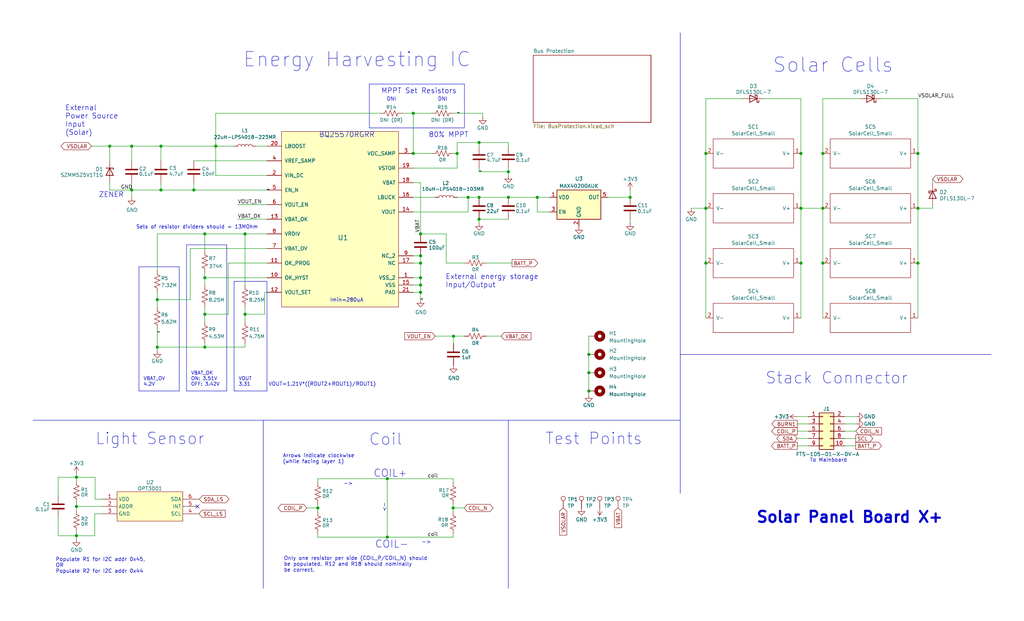
<source format=kicad_sch>
(kicad_sch (version 20230121) (generator eeschema)
  (paper "USLegal")
  (title_block (title "PyCubed Mini") (date "2023-04-12") (rev "B3/02") (company "REx Lab Carnegie Mellon University") (comment 1 "Z.Manchester") (comment 2 "N.Khera") (comment 3 "M.Holliday"))
  (junction (at 38.1 50.8))
  (junction (at 166.37 49.53))
  (junction (at 26.543 186.182))
  (junction (at 54.61 104.14))
  (junction (at 143.51 53.34))
  (junction (at 245.11 91.44))
  (junction (at 45.72 66.04))
  (junction (at 146.05 88.9))
  (junction (at 110.363 176.53))
  (junction (at 204.47 123.19))
  (junction (at 26.543 165.862))
  (junction (at 71.12 109.22))
  (junction (at 157.353 176.53))
  (junction (at 74.93 50.8))
  (junction (at 285.75 72.39))
  (junction (at 26.543 176.022))
  (junction (at 85.09 81.28))
  (junction (at 318.77 91.44))
  (junction (at 54.61 120.65))
  (junction (at 85.09 109.22))
  (junction (at 162.56 68.58))
  (junction (at 71.12 96.52))
  (junction (at 176.53 59.69))
  (junction (at 55.88 50.8))
  (junction (at 245.11 53.34))
  (junction (at 285.75 53.34))
  (junction (at 146.05 81.28))
  (junction (at 146.05 96.52))
  (junction (at 186.563 68.58))
  (junction (at 146.05 101.6))
  (junction (at 71.12 120.65))
  (junction (at 143.51 39.37))
  (junction (at 245.11 72.39))
  (junction (at 278.13 72.39))
  (junction (at 285.75 91.44))
  (junction (at 218.821 68.58))
  (junction (at 157.48 116.84))
  (junction (at 134.493 166.37))
  (junction (at 318.77 72.39))
  (junction (at 158.75 53.34))
  (junction (at 146.05 99.06))
  (junction (at 166.37 76.2))
  (junction (at 67.31 66.04))
  (junction (at 55.88 66.04))
  (junction (at 278.13 91.44))
  (junction (at 318.77 53.34))
  (junction (at 278.13 53.34))
  (junction (at 134.493 186.69))
  (junction (at 204.47 129.54))
  (junction (at 204.47 135.89))
  (junction (at 176.53 68.58))
  (junction (at 71.12 81.28))
  (junction (at 45.72 50.8))
  (junction (at 146.05 91.44))
  (junction (at 166.37 68.58))
  (no_connect (at 68.58 176.022))
  (wire (pts (xy 143.51 101.6) (xy 146.05 101.6)))
  (wire (pts (xy 26.543 176.022) (xy 26.543 177.292)))
  (wire (pts (xy 38.1 63.5) (xy 38.1 66.04)))
  (wire (pts (xy 190.881 73.66) (xy 186.563 73.66)))
  (wire (pts (xy 245.11 91.44) (xy 245.11 72.39)))
  (wire (pts (xy 146.05 91.44) (xy 146.05 88.9)))
  (polyline (pts (xy 78.74 85.09) (xy 78.74 135.89)))
  (wire (pts (xy 71.12 106.68) (xy 71.12 109.22)))
  (wire (pts (xy 218.821 76.2) (xy 218.821 77.47)))
  (wire (pts (xy 278.13 34.29) (xy 265.43 34.29)))
  (wire (pts (xy 110.363 175.26) (xy 110.363 176.53)))
  (polyline (pts (xy 81.28 97.79) (xy 92.71 97.79)))
  (wire (pts (xy 204.47 123.19) (xy 204.47 129.54)))
  (wire (pts (xy 85.09 119.38) (xy 85.09 120.65)))
  (wire (pts (xy 146.05 81.28) (xy 146.05 63.5)))
  (polyline (pts (xy 92.71 97.79) (xy 92.71 135.89)))
  (wire (pts (xy 204.47 137.16) (xy 204.47 135.89)))
  (wire (pts (xy 79.248 91.44) (xy 92.71 91.44)))
  (wire (pts (xy 54.61 120.65) (xy 71.12 120.65)))
  (wire (pts (xy 285.75 91.44) (xy 285.75 110.49)))
  (wire (pts (xy 158.75 53.34) (xy 158.75 58.42)))
  (wire (pts (xy 157.48 39.37) (xy 167.64 39.37)))
  (wire (pts (xy 82.55 76.2) (xy 92.71 76.2)))
  (wire (pts (xy 139.7 39.37) (xy 143.51 39.37)))
  (wire (pts (xy 176.53 60.96) (xy 176.53 59.69)))
  (wire (pts (xy 143.51 99.06) (xy 146.05 99.06)))
  (wire (pts (xy 245.11 34.29) (xy 245.11 53.34)))
  (wire (pts (xy 176.53 58.42) (xy 176.53 59.69)))
  (wire (pts (xy 323.85 72.39) (xy 323.85 71.501)))
  (wire (pts (xy 110.363 185.42) (xy 110.363 186.69)))
  (wire (pts (xy 45.72 50.8) (xy 55.88 50.8)))
  (wire (pts (xy 318.77 72.39) (xy 323.85 72.39)))
  (wire (pts (xy 318.77 34.29) (xy 318.77 53.34)))
  (polyline (pts (xy 92.71 135.89) (xy 81.28 135.89)))
  (wire (pts (xy 146.05 104.14) (xy 146.05 101.6)))
  (wire (pts (xy 85.09 81.28) (xy 85.09 99.06)))
  (wire (pts (xy 151.13 116.84) (xy 157.48 116.84)))
  (wire (pts (xy 134.493 166.37) (xy 157.353 166.37)))
  (wire (pts (xy 166.37 76.2) (xy 176.53 76.2)))
  (wire (pts (xy 20.193 172.212) (xy 20.193 165.862)))
  (polyline (pts (xy 176.53 146.05) (xy 176.53 204.47)))
  (polyline (pts (xy 64.77 135.89) (xy 64.77 85.09)))
  (polyline (pts (xy 236.22 11.43) (xy 236.22 171.45)))
  (wire (pts (xy 74.93 50.8) (xy 74.93 60.96)))
  (wire (pts (xy 134.493 186.69) (xy 157.353 186.69)))
  (wire (pts (xy 26.543 186.182) (xy 32.893 186.182)))
  (wire (pts (xy 74.93 39.37) (xy 74.93 50.8)))
  (wire (pts (xy 285.75 72.39) (xy 278.13 72.39)))
  (polyline (pts (xy 161.29 44.45) (xy 128.27 44.45)))
  (wire (pts (xy 166.37 58.42) (xy 166.37 59.69)))
  (wire (pts (xy 32.893 186.182) (xy 32.893 178.562)))
  (polyline (pts (xy 91.44 146.05) (xy 91.44 204.47)))
  (wire (pts (xy 20.193 165.862) (xy 26.543 165.862)))
  (wire (pts (xy 32.893 178.562) (xy 35.56 178.562)))
  (wire (pts (xy 67.31 66.04) (xy 67.31 63.5)))
  (polyline (pts (xy 161.29 29.21) (xy 161.29 44.45)))
  (wire (pts (xy 276.86 154.94) (xy 280.67 154.94)))
  (wire (pts (xy 54.61 114.3) (xy 54.61 120.65)))
  (wire (pts (xy 204.47 116.84) (xy 204.47 123.19)))
  (wire (pts (xy 257.81 34.29) (xy 245.11 34.29)))
  (wire (pts (xy 211.201 68.58) (xy 218.821 68.58)))
  (wire (pts (xy 55.88 66.04) (xy 67.31 66.04)))
  (wire (pts (xy 158.75 68.58) (xy 162.56 68.58)))
  (wire (pts (xy 146.05 88.9) (xy 143.51 88.9)))
  (wire (pts (xy 297.18 147.32) (xy 293.37 147.32)))
  (wire (pts (xy 276.86 147.32) (xy 280.67 147.32)))
  (wire (pts (xy 71.12 119.38) (xy 71.12 120.65)))
  (wire (pts (xy 92.71 55.88) (xy 67.31 55.88)))
  (wire (pts (xy 278.13 72.39) (xy 278.13 91.44)))
  (wire (pts (xy 285.75 53.34) (xy 285.75 72.39)))
  (wire (pts (xy 146.05 99.06) (xy 146.05 96.52)))
  (wire (pts (xy 276.86 152.4) (xy 280.67 152.4)))
  (wire (pts (xy 168.91 116.84) (xy 173.99 116.84)))
  (wire (pts (xy 55.88 50.8) (xy 55.88 55.88)))
  (wire (pts (xy 71.12 94.742) (xy 71.12 96.52)))
  (wire (pts (xy 285.75 34.29) (xy 285.75 53.34)))
  (wire (pts (xy 55.88 50.8) (xy 74.93 50.8)))
  (wire (pts (xy 71.12 81.28) (xy 54.61 81.28)))
  (wire (pts (xy 26.543 184.912) (xy 26.543 186.182)))
  (wire (pts (xy 161.163 176.53) (xy 157.353 176.53)))
  (wire (pts (xy 45.72 55.88) (xy 45.72 50.8)))
  (wire (pts (xy 157.353 185.42) (xy 157.353 186.69)))
  (wire (pts (xy 293.37 152.4) (xy 297.18 152.4)))
  (wire (pts (xy 143.51 53.34) (xy 143.51 39.37)))
  (wire (pts (xy 318.77 72.39) (xy 318.77 91.44)))
  (polyline (pts (xy 62.23 135.89) (xy 48.26 135.89)))
  (wire (pts (xy 33.02 173.482) (xy 35.56 173.482)))
  (polyline (pts (xy 128.27 29.21) (xy 161.29 29.21)))
  (wire (pts (xy 91.948 109.22) (xy 91.948 101.6)))
  (wire (pts (xy 74.93 50.8) (xy 81.28 50.8)))
  (wire (pts (xy 74.93 60.96) (xy 92.71 60.96)))
  (polyline (pts (xy 62.23 92.71) (xy 62.23 135.89)))
  (wire (pts (xy 54.61 121.92) (xy 54.61 120.65)))
  (wire (pts (xy 85.09 81.28) (xy 92.71 81.28)))
  (wire (pts (xy 38.1 55.88) (xy 38.1 50.8)))
  (wire (pts (xy 26.543 164.719) (xy 26.543 165.862)))
  (wire (pts (xy 166.37 50.8) (xy 166.37 49.53)))
  (wire (pts (xy 166.37 59.69) (xy 176.53 59.69)))
  (wire (pts (xy 33.02 165.862) (xy 26.543 165.862)))
  (wire (pts (xy 66.04 104.14) (xy 66.04 86.36)))
  (wire (pts (xy 110.363 166.37) (xy 134.493 166.37)))
  (wire (pts (xy 158.75 49.53) (xy 166.37 49.53)))
  (wire (pts (xy 293.37 149.86) (xy 297.18 149.86)))
  (wire (pts (xy 278.13 53.34) (xy 278.13 72.39)))
  (wire (pts (xy 146.05 101.6) (xy 146.05 99.06)))
  (wire (pts (xy 167.64 39.37) (xy 167.64 40.64)))
  (wire (pts (xy 55.88 63.5) (xy 55.88 66.04)))
  (wire (pts (xy 146.05 96.52) (xy 146.05 91.44)))
  (wire (pts (xy 154.94 91.44) (xy 154.94 81.28)))
  (polyline (pts (xy 81.28 135.89) (xy 81.28 97.79)))
  (wire (pts (xy 82.55 71.12) (xy 92.71 71.12)))
  (polyline (pts (xy 78.74 135.89) (xy 64.77 135.89)))
  (wire (pts (xy 110.363 166.37) (xy 110.363 167.64)))
  (wire (pts (xy 157.48 119.38) (xy 157.48 116.84)))
  (wire (pts (xy 54.61 104.14) (xy 66.04 104.14)))
  (wire (pts (xy 154.94 91.44) (xy 161.29 91.44)))
  (wire (pts (xy 162.56 73.66) (xy 162.56 68.58)))
  (wire (pts (xy 298.45 34.29) (xy 285.75 34.29)))
  (wire (pts (xy 166.37 76.2) (xy 166.37 77.47)))
  (wire (pts (xy 92.71 66.04) (xy 67.31 66.04)))
  (wire (pts (xy 157.48 53.34) (xy 158.75 53.34)))
  (wire (pts (xy 71.12 120.65) (xy 85.09 120.65)))
  (wire (pts (xy 278.13 91.44) (xy 278.13 110.49)))
  (wire (pts (xy 218.821 66.04) (xy 218.821 68.58)))
  (wire (pts (xy 85.09 106.68) (xy 85.09 109.22)))
  (wire (pts (xy 106.553 176.53) (xy 110.363 176.53)))
  (wire (pts (xy 157.353 166.37) (xy 157.353 167.64)))
  (polyline (pts (xy 48.26 92.71) (xy 62.23 92.71)))
  (wire (pts (xy 31.75 50.8) (xy 38.1 50.8)))
  (wire (pts (xy 68.58 173.482) (xy 69.215 173.482)))
  (wire (pts (xy 204.47 129.54) (xy 204.47 135.89)))
  (wire (pts (xy 285.75 72.39) (xy 285.75 91.44)))
  (wire (pts (xy 318.77 53.34) (xy 318.77 72.39)))
  (wire (pts (xy 166.37 49.53) (xy 176.53 49.53)))
  (polyline (pts (xy 64.77 85.09) (xy 78.74 85.09)))
  (wire (pts (xy 162.56 68.58) (xy 166.37 68.58)))
  (wire (pts (xy 71.12 109.22) (xy 79.248 109.22)))
  (wire (pts (xy 143.51 68.58) (xy 151.13 68.58)))
  (wire (pts (xy 176.53 68.58) (xy 186.563 68.58)))
  (wire (pts (xy 245.11 110.49) (xy 245.11 91.44)))
  (wire (pts (xy 71.12 96.52) (xy 71.12 99.06)))
  (wire (pts (xy 38.1 66.04) (xy 45.72 66.04)))
  (wire (pts (xy 85.09 81.28) (xy 71.12 81.28)))
  (wire (pts (xy 33.02 165.862) (xy 33.02 173.482)))
  (wire (pts (xy 186.563 68.58) (xy 190.881 68.58)))
  (wire (pts (xy 85.09 109.22) (xy 85.09 111.76)))
  (wire (pts (xy 26.543 174.752) (xy 26.543 176.022)))
  (wire (pts (xy 38.1 50.8) (xy 45.72 50.8)))
  (wire (pts (xy 318.77 91.44) (xy 318.77 110.49)))
  (wire (pts (xy 91.948 101.6) (xy 92.71 101.6)))
  (wire (pts (xy 245.11 72.39) (xy 240.03 72.39)))
  (wire (pts (xy 158.75 58.42) (xy 143.51 58.42)))
  (wire (pts (xy 88.9 50.8) (xy 92.71 50.8)))
  (wire (pts (xy 45.72 66.04) (xy 55.88 66.04)))
  (wire (pts (xy 280.67 144.78) (xy 276.86 144.78)))
  (wire (pts (xy 54.61 104.14) (xy 54.61 106.68)))
  (wire (pts (xy 26.543 165.862) (xy 26.543 167.132)))
  (wire (pts (xy 276.86 149.86) (xy 280.67 149.86)))
  (wire (pts (xy 54.61 81.28) (xy 54.61 93.98)))
  (wire (pts (xy 168.91 91.44) (xy 177.8 91.44)))
  (wire (pts (xy 297.18 154.94) (xy 293.37 154.94)))
  (wire (pts (xy 71.12 81.28) (xy 71.12 87.122)))
  (wire (pts (xy 134.493 166.37) (xy 134.493 186.69)))
  (polyline (pts (xy 236.22 123.19) (xy 344.17 123.19)))
  (wire (pts (xy 157.353 176.53) (xy 157.353 177.8)))
  (wire (pts (xy 26.543 176.022) (xy 35.56 176.022)))
  (wire (pts (xy 110.363 176.53) (xy 110.363 177.8)))
  (wire (pts (xy 278.13 53.34) (xy 278.13 34.29)))
  (wire (pts (xy 143.51 39.37) (xy 149.86 39.37)))
  (wire (pts (xy 74.93 39.37) (xy 132.08 39.37)))
  (wire (pts (xy 143.51 73.66) (xy 162.56 73.66)))
  (polyline (pts (xy 48.26 135.89) (xy 48.26 92.71)))
  (wire (pts (xy 54.61 101.6) (xy 54.61 104.14)))
  (wire (pts (xy 20.193 186.182) (xy 26.543 186.182)))
  (wire (pts (xy 143.51 91.44) (xy 146.05 91.44)))
  (wire (pts (xy 71.12 109.22) (xy 71.12 111.76)))
  (wire (pts (xy 176.53 50.8) (xy 176.53 49.53)))
  (wire (pts (xy 157.48 116.84) (xy 161.29 116.84)))
  (wire (pts (xy 26.543 187.325) (xy 26.543 186.182)))
  (wire (pts (xy 245.11 72.39) (xy 245.11 53.34)))
  (wire (pts (xy 157.353 175.26) (xy 157.353 176.53)))
  (polyline (pts (xy 11.43 146.05) (xy 236.22 146.05)))
  (wire (pts (xy 323.85 62.23) (xy 323.85 63.881)))
  (wire (pts (xy 306.07 34.29) (xy 318.77 34.29)))
  (wire (pts (xy 186.563 73.66) (xy 186.563 68.58)))
  (wire (pts (xy 158.75 49.53) (xy 158.75 53.34)))
  (wire (pts (xy 154.94 81.28) (xy 146.05 81.28)))
  (wire (pts (xy 45.72 63.5) (xy 45.72 66.04)))
  (wire (pts (xy 297.18 144.78) (xy 293.37 144.78)))
  (wire (pts (xy 71.12 96.52) (xy 92.71 96.52)))
  (wire (pts (xy 110.363 186.69) (xy 134.493 186.69)))
  (wire (pts (xy 45.72 66.04) (xy 45.72 68.58)))
  (wire (pts (xy 68.58 178.562) (xy 69.088 178.562)))
  (wire (pts (xy 20.193 179.832) (xy 20.193 186.182)))
  (wire (pts (xy 143.51 53.34) (xy 149.86 53.34)))
  (wire (pts (xy 79.248 109.22) (xy 79.248 91.44)))
  (wire (pts (xy 143.51 96.52) (xy 146.05 96.52)))
  (wire (pts (xy 85.09 109.22) (xy 91.948 109.22)))
  (polyline (pts (xy 128.27 44.45) (xy 128.27 29.21)))
  (wire (pts (xy 66.04 86.36) (xy 92.71 86.36)))
  (wire (pts (xy 166.37 68.58) (xy 176.53 68.58)))
  (wire (pts (xy 146.05 63.5) (xy 143.51 63.5)))
  (text "80% MPPT " (at 148.844 48.006 0) (effects (font (size 1.778 1.778)) (justify left bottom)))
  (text "DNI" (at 152.019 35.306 0) (effects (font (size 1.27 1.27)) (justify left bottom)))
  (text "Populate R1 for I2C addr 0x45, \nOR\nPopulate R2 for I2C addr 0x44" (at 19.304 199.39 0) (effects (font (size 1.27 1.27)) (justify left bottom)))
  (text "Solar Cells\n" (at 268.224 25.654 0) (effects (font (size 5 5)) (justify left bottom)))
  (text "External\nPower Source\nInput\n(Solar)" (at 22.606 47.244 0) (effects (font (size 1.778 1.778)) (justify left bottom)))
  (text "Only one resistor per side (COIL_P/COIL_N) should \nbe populated. R12 and R18 should nominally \nbe correct." (at 98.552 199.009 0) (effects (font (size 1.27 1.27)) (justify left bottom)))
  (text "Stack Connector\n" (at 265.684 133.858 0) (effects (font (size 4 4)) (justify left bottom)))
  (text "VOUT\n3.31" (at 82.804 134.366 0) (effects (font (size 1.2 1.2)) (justify left bottom)))
  (text "->" (at 149.733 189.23 0) (effects (font (size 1.27 1.27)) (justify right bottom)))
  (text "Energy Harvesting IC" (at 84.328 23.749 0) (effects (font (size 5 5)) (justify left bottom)))
  (text "MPPT Set Resistors " (at 132.334 32.766 0) (effects (font (size 1.778 1.778)) (justify left bottom)))
  (text "Arrows indicate clockwise\n(while facing layer 1)" (at 98.171 161.29 0) (effects (font (size 1.27 1.27)) (justify left bottom)))
  (text "<-" (at 134.239 178.054 90) (effects (font (size 1.27 1.27)) (justify left bottom)))
  (text "Test Points" (at 189.23 154.94 0) (effects (font (size 4 4)) (justify left bottom)))
  (text "External energy storage\nInput/Output" (at 154.686 100.203 0) (effects (font (size 1.778 1.778)) (justify left bottom)))
  (text "COIL+" (at 129.667 166.116 0) (effects (font (size 2.54 2.54)) (justify left bottom)))
  (text "BQ25570RGRR" (at 110.744 48.006 0) (effects (font (size 1.778 1.778)) (justify left bottom)))
  (text "DNI" (at 134.239 35.306 0) (effects (font (size 1.27 1.27)) (justify left bottom)))
  (text "Light Sensor" (at 33.02 154.94 0) (effects (font (size 4 4)) (justify left bottom)))
  (text "Solar Panel Board X+" (at 262.382 182.118 0) (effects (font (size 3.81 3.81) (thickness 0.762) bold) (justify left bottom)))
  (text "->" (at 119.253 168.91 0) (effects (font (size 1.27 1.27)) (justify left bottom)))
  (text "VOUT=1.21V*((ROUT2+ROUT1)/ROUT1)" (at 93.218 134.366 0) (effects (font (size 1.27 1.27)) (justify left bottom)))
  (text "VBAT_OV\n4.2V" (at 49.784 134.366 0) (effects (font (size 1.2 1.2)) (justify left bottom)))
  (text "VBAT_OK\nON: 3.51V\nOFF: 3.42V" (at 66.294 134.366 0) (effects (font (size 1.2 1.2)) (justify left bottom)))
  (text "COIL-" (at 130.175 190.754 0) (effects (font (size 2.54 2.54)) (justify left bottom)))
  (text "Sets of resistor dividers should = 13MOhm" (at 47.244 79.756 0) (effects (font (size 1.27 1.27)) (justify left bottom)))
  (text "Imin=280uA" (at 114.554 105.156 0) (effects (font (size 1.27 1.27)) (justify left bottom)))
  (text "ZENER" (at 34.29 68.834 0) (effects (font (size 1.778 1.778)) (justify left bottom)))
  (text "To Mainboard" (at 281.178 160.782 0) (effects (font (size 1.27 1.27)) (justify left bottom)))
  (text "Coil" (at 128.016 155.194 0) (effects (font (size 4 4)) (justify left bottom)))
  (label "GND" (at 158.75 39.37 0) (effects (font (size 0.254 0.254))))
  (label "coil" (at 148.463 186.69 0))
  (label "GND" (at 92.71 66.04 0) (effects (font (size 0.254 0.254))))
  (label "VBAT_OK" (at 82.55 76.2 0))
  (label "coil" (at 148.463 166.37 0))
  (label "VOUT_EN" (at 82.55 71.12 0))
  (label "VBAT" (at 146.05 76.2 270))
  (label "GND" (at 166.37 59.69 0) (effects (font (size 0.254 0.254))))
  (label "GND" (at 146.05 104.14 0) (effects (font (size 0.254 0.254))))
  (label "GND" (at 41.91 66.04 0))
  (label "GND" (at 54.61 115.57 0) (effects (font (size 0.254 0.254))))
  (label "VSOLAR_FULL" (at 318.77 34.29 0))
  (global_label "SDA_LS" (shape bidirectional) (at 69.215 173.482 0) (property "Intersheetrefs" "${INTERSHEET_REFS}" (effects hide)))
  (global_label "VBAT_OK" (shape input) (at 173.99 116.84 0) (property "Intersheetrefs" "${INTERSHEET_REFS}" (effects hide)))
  (global_label "VSOLAR" (shape bidirectional) (at 31.75 50.8 180) (property "Intersheetrefs" "${INTERSHEET_REFS}" (effects hide)))
  (global_label "BATT_P" (shape output) (at 177.8 91.44 0) (property "Intersheetrefs" "${INTERSHEET_REFS}" (effects hide)))
  (global_label "VOUT_EN" (shape input) (at 151.13 116.84 180) (property "Intersheetrefs" "${INTERSHEET_REFS}" (effects hide)))
  (global_label "VSOLAR" (shape bidirectional) (at 323.85 62.23 0) (property "Intersheetrefs" "${INTERSHEET_REFS}" (effects hide)))
  (global_label "BURN1" (shape output) (at 276.86 147.32 180) (property "Intersheetrefs" "${INTERSHEET_REFS}" (effects hide)))
  (global_label "COIL_N" (shape input) (at 297.18 149.86 0) (property "Intersheetrefs" "${INTERSHEET_REFS}" (effects hide)))
  (global_label "COIL_P" (shape bidirectional) (at 106.553 176.53 180) (property "Intersheetrefs" "${INTERSHEET_REFS}" (effects hide)))
  (global_label "SCL" (shape output) (at 297.18 152.4 0) (property "Intersheetrefs" "${INTERSHEET_REFS}" (effects hide)))
  (global_label "COIL_P" (shape output) (at 276.86 149.86 180) (property "Intersheetrefs" "${INTERSHEET_REFS}" (effects hide)))
  (global_label "BATT_P" (shape output) (at 276.86 154.94 180) (property "Intersheetrefs" "${INTERSHEET_REFS}" (effects hide)))
  (global_label "SCL_LS" (shape input) (at 69.088 178.562 0) (property "Intersheetrefs" "${INTERSHEET_REFS}" (effects hide)))
  (global_label "COIL_N" (shape bidirectional) (at 161.163 176.53 0) (property "Intersheetrefs" "${INTERSHEET_REFS}" (effects hide)))
  (global_label "VBAT" (shape input) (at 214.63 176.53 270) (property "Intersheetrefs" "${INTERSHEET_REFS}" (effects hide)))
  (global_label "VSOLAR" (shape input) (at 195.58 176.53 270) (property "Intersheetrefs" "${INTERSHEET_REFS}" (effects hide)))
  (global_label "BATT_P" (shape output) (at 297.18 154.94 0) (property "Intersheetrefs" "${INTERSHEET_REFS}" (effects hide)))
  (global_label "SDA" (shape bidirectional) (at 276.86 152.4 180) (property "Intersheetrefs" "${INTERSHEET_REFS}" (effects hide)))
  (symbol (lib_id "Device:C") (at 176.53 54.61 0) (unit 1)
    (property "Reference" "C9" (at 179.07 53.848 0) (effects (font (size 1.2 1.2)) (justify left)))
    (property "Value" "0.1uF" (at 179.07 55.626 0) (effects (font (size 1.2 1.2)) (justify left)))
    (property "Footprint" "Capacitor_SMD:C_0603_1608Metric" (effects hide))
    (property "Description" "CAP CER 0.1UF 50V X7R 0603" (effects hide))
    (property "Manufacturer_Name" "KYOCERA AVX" (effects hide))
    (property "Manufacturer_Part_Number" "06035C104K4T2A" (effects hide))
    (property "Package/Footprint" "0603" (effects hide))
    (property "Website" "https://www.digikey.pt/pt/products/detail/kyocera-avx/KAM15AR71H104KT/1950904?s=N4IgTCBcDaIAwDY4GYCsBhAjHALAaRwBUwBBEAXQF8g" (effects hide))
  )
  (symbol (lib_id "Device:R_US") (at 85.09 115.57 180) (unit 1)
    (property "Reference" "R11" (at 88.392 113.792 0) (effects (font (size 1.2 1.2)) (justify bottom)))
    (property "Value" "4.75M" (at 89.154 117.602 0) (effects (font (size 1.2 1.2)) (justify top)))
    (property "Footprint" "Resistor_SMD:R_0603_1608Metric" (effects hide))
    (property "Description" "RES 4.75M OHM 1% 1/10W 0603" (effects hide))
    (property "Manufacturer_Name" "Stackpole Electronics Inc" (effects hide))
    (property "Manufacturer_Part_Number" "RMCF0603FT4M75" (effects hide))
    (property "Package/Footprint" "0603" (effects hide))
    (property "Website" "https://www.digikey.pt/pt/products/detail/stackpole-electronics-inc/RMCF0603FT4M75/1761161?s=N4IgTCBcDaIEoFkDCAxADANjQZhQFQBYEB2AVhAF0BfIA" (effects hide))
  )
  (symbol (lib_id "Device:R_US") (at 85.09 102.87 180) (unit 1)
    (property "Reference" "R10" (at 88.138 101.092 0) (effects (font (size 1.2 1.2)) (justify bottom)))
    (property "Value" "8.25M" (at 89.154 104.902 0) (effects (font (size 1.2 1.2)) (justify top)))
    (property "Footprint" "Resistor_SMD:R_0603_1608Metric" (effects hide))
    (property "Description" "RES SMD 8.25M OHM 1% 1/10W 0603" (effects hide))
    (property "Manufacturer_Name" "Vishay Dale" (effects hide))
    (property "Manufacturer_Part_Number" "CRCW06038M25FKEA" (effects hide))
    (property "Package/Footprint" "0603" (effects hide))
    (property "Website" "https://www.digikey.pt/pt/products/detail/vishay-dale/CRCW06038M25FKEA/1175115" (effects hide))
  )
  (symbol (lib_id "Device:C") (at 218.821 72.39 0) (unit 1)
    (property "Reference" "C11" (at 221.361 71.374 0) (effects (font (size 1.2 1.2)) (justify left)))
    (property "Value" "0.1uF" (at 221.361 73.406 0) (effects (font (size 1.2 1.2)) (justify left)))
    (property "Footprint" "Capacitor_SMD:C_0603_1608Metric" (effects hide))
    (property "Description" "CAP CER 0.1UF 50V X7R 0603" (effects hide))
    (property "Manufacturer_Name" "KYOCERA AVX" (effects hide))
    (property "Manufacturer_Part_Number" "06035C104K4T2A" (effects hide))
    (property "Package/Footprint" "0603" (effects hide))
    (property "Website" "https://www.digikey.pt/pt/products/detail/kyocera-avx/KAM15AR71H104KT/1950904?s=N4IgTCBcDaIAwDY4GYCsBhAjHALAaRwBUwBBEAXQF8g" (effects hide))
  )
  (symbol (lib_id "Device:R_US") (at 165.1 91.44 270) (unit 1)
    (property "Reference" "R3" (at 165.1 90.17 90) (effects (font (size 1.2 1.2)) (justify bottom)))
    (property "Value" "0R" (at 165.1 92.964 90) (effects (font (size 1.2 1.2)) (justify top)))
    (property "Footprint" "Resistor_SMD:R_0603_1608Metric" (effects hide))
    (property "Description" "RES 0 OHM JUMPER 1/10W 0603" (effects hide))
    (property "Manufacturer_Name" "Stackpole Electronics Inc" (effects hide))
    (property "Manufacturer_Part_Number" "RMCF0603ZT0R00" (effects hide))
    (property "Package/Footprint" "0603" (effects hide))
    (property "Website" "https://www.digikey.pt/pt/products/detail/stackpole-electronics-inc/RMCF0603ZT0R00/1756908?s=N4IgTCBcDaIEoFkDCAxADANjQZgFoBU0400QBdAXyA" (effects hide))
  )
  (symbol (lib_id "Device:R_US") (at 54.61 110.49 180) (unit 1)
    (property "Reference" "R6" (at 57.15 108.712 0) (effects (font (size 1.2 1.2)) (justify bottom)))
    (property "Value" "5.62M" (at 58.674 112.522 0) (effects (font (size 1.2 1.2)) (justify top)))
    (property "Footprint" "Resistor_SMD:R_0603_1608Metric" (effects hide))
    (property "Description" "RES 5.62M OHM 1% 1/10W 0603" (effects hide))
    (property "Manufacturer_Name" "Stackpole Electronics Inc" (effects hide))
    (property "Manufacturer_Part_Number" "RMCF0603FT5M62" (effects hide))
    (property "Package/Footprint" "0603" (effects hide))
    (property "Website" "https://www.digikey.pt/pt/products/detail/stackpole-electronics-inc/RMCF0603FT5M62/6266838?s=N4IgTCBcDaIEoFkDCAxADANjQZhQFQFYEMIBdAXyA" (effects hide))
  )
  (symbol (lib_id "power:GND") (at 146.05 104.14 0) (unit 1)
    (property "Reference" "#PWR08" (effects hide))
    (property "Value" "GND" (at 146.177 108.5342 0))
  )
  (symbol (lib_id "power:GND") (at 54.61 121.92 0) (unit 1)
    (property "Reference" "#PWR04" (effects hide))
    (property "Value" "GND" (at 54.61 125.476 0))
  )
  (symbol (lib_id "power:GND") (at 45.72 68.58 0) (unit 1)
    (property "Reference" "#PWR03" (effects hide))
    (property "Value" "GND" (at 45.847 72.9742 0))
  )
  (symbol (lib_id "power:GND") (at 167.64 40.64 0) (unit 1)
    (property "Reference" "#PWR010" (effects hide))
    (property "Value" "GND" (at 167.64 44.45 0))
  )
  (symbol (lib_id "power:GND") (at 166.37 77.47 0) (unit 1)
    (property "Reference" "#PWR09" (effects hide))
    (property "Value" "GND" (at 166.37 81.153 0))
  )
  (symbol (lib_id "power:GND") (at 176.53 60.96 0) (unit 1)
    (property "Reference" "#PWR011" (effects hide))
    (property "Value" "GND" (at 176.53 64.77 0))
  )
  (symbol (lib_id "solarpanels:SolarCell_Small") (at 302.26 53.34 0) (mirror y) (unit 1)
    (property "Reference" "SC5" (at 302.26 44.069 0))
    (property "Value" "SolarCell_Small" (at 302.26 46.3804 0))
    (property "Footprint" "solarpanels:KXOB25-05X3F" (effects hide))
    (property "Description" "MONOCRYS SOLAR CELL 30.7MW 2.07V" (effects hide))
    (property "Manufacturer_Name" "ANYSOLAR Ltd" (effects hide))
    (property "Manufacturer_Part_Number" "KXOB25-05X3F-TR" (effects hide))
    (property "Website" "https://www.digikey.pt/pt/products/detail/anysolar-ltd/KXOB25-05X3F-TR/9990478?s=N4IgTCBcDaINIA0DyAhMBWAtABnQgzAGKYAqASiALoC%2BQA" (effects hide))
  )
  (symbol (lib_id "power:GND") (at 26.543 187.325 0) (unit 1)
    (property "Reference" "#PWR07" (effects hide))
    (property "Value" "GND" (at 26.543 191.135 0))
  )
  (symbol (lib_id "solarpanels:SolarCell_Small") (at 302.26 72.39 0) (mirror y) (unit 1)
    (property "Reference" "SC6" (at 302.26 63.119 0))
    (property "Value" "SolarCell_Small" (at 302.26 65.4304 0))
    (property "Footprint" "solarpanels:KXOB25-05X3F" (effects hide))
    (property "Description" "MONOCRYS SOLAR CELL 30.7MW 2.07V" (effects hide))
    (property "Manufacturer_Name" "ANYSOLAR Ltd" (effects hide))
    (property "Manufacturer_Part_Number" "KXOB25-05X3F-TR" (effects hide))
    (property "Website" "https://www.digikey.pt/pt/products/detail/anysolar-ltd/KXOB25-05X3F-TR/9990478?s=N4IgTCBcDaINIA0DyAhMBWAtABnQgzAGKYAqASiALoC%2BQA" (effects hide))
  )
  (symbol (lib_id "solarpanels:SolarCell_Small") (at 302.26 91.44 0) (mirror y) (unit 1)
    (property "Reference" "SC7" (at 302.26 82.169 0))
    (property "Value" "SolarCell_Small" (at 302.26 84.4804 0))
    (property "Footprint" "solarpanels:KXOB25-05X3F" (effects hide))
    (property "Description" "MONOCRYS SOLAR CELL 30.7MW 2.07V" (effects hide))
    (property "Manufacturer_Name" "ANYSOLAR Ltd" (effects hide))
    (property "Manufacturer_Part_Number" "KXOB25-05X3F-TR" (effects hide))
    (property "Website" "https://www.digikey.pt/pt/products/detail/anysolar-ltd/KXOB25-05X3F-TR/9990478?s=N4IgTCBcDaINIA0DyAhMBWAtABnQgzAGKYAqASiALoC%2BQA" (effects hide))
  )
  (symbol (lib_id "Device:R_US") (at 26.543 170.942 180) (unit 1)
    (property "Reference" "R1" (at 28.067 170.18 0) (effects (font (size 1.2 1.2)) (justify right)))
    (property "Value" "0R" (at 28.067 171.958 0) (effects (font (size 1.2 1.2)) (justify right)))
    (property "Footprint" "Resistor_SMD:R_0402_1005Metric" (effects hide))
    (property "Description" "RES 0 OHM JUMPER 1/16W 0402" (effects hide))
    (property "Manufacturer_Name" "Stackpole Electronics Inc" (effects hide))
    (property "Manufacturer_Part_Number" "RMCF0402ZT0R00" (effects hide))
    (property "Package/Footprint" "0402" (effects hide))
    (property "Website" "https://www.digikey.pt/pt/products/detail/stackpole-electronics-inc/RMCF0402ZT0R00/1756905?s=N4IgTCBcDaIEoFkDCAxADAFjWAWgFTTjTRAF0BfIA" (effects hide))
  )
  (symbol (lib_id "solarpanels:SolarCell_Small") (at 302.26 110.49 0) (mirror y) (unit 1)
    (property "Reference" "SC8" (at 302.26 101.219 0))
    (property "Value" "SolarCell_Small" (at 302.26 103.5304 0))
    (property "Footprint" "solarpanels:KXOB25-05X3F" (effects hide))
    (property "Description" "MONOCRYS SOLAR CELL 30.7MW 2.07V" (effects hide))
    (property "Manufacturer_Name" "ANYSOLAR Ltd" (effects hide))
    (property "Manufacturer_Part_Number" "KXOB25-05X3F-TR" (effects hide))
    (property "Website" "https://www.digikey.pt/pt/products/detail/anysolar-ltd/KXOB25-05X3F-TR/9990478?s=N4IgTCBcDaINIA0DyAhMBWAtABnQgzAGKYAqASiALoC%2BQA" (effects hide))
  )
  (symbol (lib_id "solarpanels:SolarCell_Small") (at 261.62 53.34 0) (mirror y) (unit 1)
    (property "Reference" "SC1" (at 261.62 44.069 0))
    (property "Value" "SolarCell_Small" (at 261.62 46.3804 0))
    (property "Footprint" "solarpanels:KXOB25-05X3F" (effects hide))
    (property "Description" "MONOCRYS SOLAR CELL 30.7MW 2.07V" (effects hide))
    (property "Manufacturer_Name" "ANYSOLAR Ltd" (effects hide))
    (property "Manufacturer_Part_Number" "KXOB25-05X3F-TR" (effects hide))
    (property "Website" "https://www.digikey.pt/pt/products/detail/anysolar-ltd/KXOB25-05X3F-TR/9990478?s=N4IgTCBcDaINIA0DyAhMBWAtABnQgzAGKYAqASiALoC%2BQA" (effects hide))
  )
  (symbol (lib_id "solarpanels:SolarCell_Small") (at 261.62 72.39 0) (mirror y) (unit 1)
    (property "Reference" "SC2" (at 261.62 63.119 0))
    (property "Value" "SolarCell_Small" (at 261.62 65.4304 0))
    (property "Footprint" "solarpanels:KXOB25-05X3F" (effects hide))
    (property "Description" "MONOCRYS SOLAR CELL 30.7MW 2.07V" (effects hide))
    (property "Manufacturer_Name" "ANYSOLAR Ltd" (effects hide))
    (property "Manufacturer_Part_Number" "KXOB25-05X3F-TR" (effects hide))
    (property "Website" "https://www.digikey.pt/pt/products/detail/anysolar-ltd/KXOB25-05X3F-TR/9990478?s=N4IgTCBcDaINIA0DyAhMBWAtABnQgzAGKYAqASiALoC%2BQA" (effects hide))
  )
  (symbol (lib_id "solarpanels:SolarCell_Small") (at 261.62 91.44 0) (mirror y) (unit 1)
    (property "Reference" "SC3" (at 261.62 82.169 0))
    (property "Value" "SolarCell_Small" (at 261.62 84.4804 0))
    (property "Footprint" "solarpanels:KXOB25-05X3F" (effects hide))
    (property "Description" "MONOCRYS SOLAR CELL 30.7MW 2.07V" (effects hide))
    (property "Manufacturer_Name" "ANYSOLAR Ltd" (effects hide))
    (property "Manufacturer_Part_Number" "KXOB25-05X3F-TR" (effects hide))
    (property "Website" "https://www.digikey.pt/pt/products/detail/anysolar-ltd/KXOB25-05X3F-TR/9990478?s=N4IgTCBcDaINIA0DyAhMBWAtABnQgzAGKYAqASiALoC%2BQA" (effects hide))
  )
  (symbol (lib_id "solarpanels:SolarCell_Small") (at 261.62 110.49 0) (mirror y) (unit 1)
    (property "Reference" "SC4" (at 261.62 101.219 0))
    (property "Value" "SolarCell_Small" (at 261.62 103.5304 0))
    (property "Footprint" "solarpanels:KXOB25-05X3F" (effects hide))
    (property "Description" "MONOCRYS SOLAR CELL 30.7MW 2.07V" (effects hide))
    (property "Manufacturer_Name" "ANYSOLAR Ltd" (effects hide))
    (property "Manufacturer_Part_Number" "KXOB25-05X3F-TR" (effects hide))
    (property "Website" "https://www.digikey.pt/pt/products/detail/anysolar-ltd/KXOB25-05X3F-TR/9990478?s=N4IgTCBcDaINIA0DyAhMBWAtABnQgzAGKYAqASiALoC%2BQA" (effects hide))
  )
  (symbol (lib_id "Device:R_US") (at 26.543 181.102 180) (unit 1)
    (property "Reference" "R2" (at 28.067 180.34 0) (effects (font (size 1.2 1.2)) (justify right)))
    (property "Value" "0R" (at 28.067 182.118 0) (effects (font (size 1.2 1.2)) (justify right)))
    (property "Footprint" "Resistor_SMD:R_0402_1005Metric" (effects hide))
    (property "Description" "RES 0 OHM JUMPER 1/16W 0402" (effects hide))
    (property "Manufacturer_Name" "Stackpole Electronics Inc" (effects hide))
    (property "Manufacturer_Part_Number" "RMCF0402ZT0R00" (effects hide))
    (property "Package/Footprint" "0402" (effects hide))
    (property "Website" "https://www.digikey.pt/pt/products/detail/stackpole-electronics-inc/RMCF0402ZT0R00/1756905?s=N4IgTCBcDaIEoFkDCAxADAFjWAWgFTTjTRAF0BfIA" (effects hide))
  )
  (symbol (lib_id "Device:C") (at 157.48 123.19 0) (unit 1)
    (property "Reference" "C6" (at 160.274 122.174 0) (effects (font (size 1.2 1.2)) (justify left)))
    (property "Value" "1uF" (at 160.274 124.206 0) (effects (font (size 1.2 1.2)) (justify left)))
    (property "Footprint" "Capacitor_SMD:C_0603_1608Metric" (effects hide))
    (property "Description" "CAP CER 1UF 50V X5R 0603" (effects hide))
    (property "Manufacturer_Name" "Murata Electronics" (effects hide))
    (property "Manufacturer_Part_Number" "GRT188R61H105KE13D" (effects hide))
    (property "Package/Footprint" "0603" (effects hide))
    (property "Website" "https://www.digikey.pt/pt/products/detail/murata-electronics/GRT188R61H105KE13D/5416752?s=N4IgTCBcDaIOICUAqBGAHGhA2FAJFADAKwDSAoigMwAiIAugL5A" (effects hide))
  )
  (symbol (lib_id "power:+3V3") (at 26.543 164.719 0) (unit 1)
    (property "Reference" "#PWR06" (effects hide))
    (property "Value" "+3V3" (at 26.543 161.036 0))
  )
  (symbol (lib_id "power:GND") (at 157.48 127 0) (unit 1)
    (property "Reference" "#PWR01" (effects hide))
    (property "Value" "GND" (at 157.607 131.3942 0))
  )
  (symbol (lib_id "Device:R_US") (at 165.1 116.84 270) (unit 1)
    (property "Reference" "R4" (at 165.1 114.681 90) (effects (font (size 1.2 1.2))))
    (property "Value" "0R" (at 165.1 119.253 90) (effects (font (size 1.2 1.2))))
    (property "Footprint" "Resistor_SMD:R_0603_1608Metric" (effects hide))
    (property "Description" "RES 0 OHM JUMPER 1/10W 0603" (effects hide))
    (property "Manufacturer_Name" "Stackpole Electronics Inc" (effects hide))
    (property "Manufacturer_Part_Number" "RMCF0603ZT0R00" (effects hide))
    (property "Package/Footprint" "0603" (effects hide))
    (property "Website" "https://www.digikey.pt/pt/products/detail/stackpole-electronics-inc/RMCF0603ZT0R00/1756908?s=N4IgTCBcDaIEoFkDCAxADANjQZgFoBU0400QBdAXyA" (effects hide))
  )
  (symbol (lib_id "Device:C") (at 20.193 176.022 180) (unit 1)
    (property "Reference" "C1" (at 17.399 175.26 0) (effects (font (size 1.2 1.2)) (justify left)))
    (property "Value" "0.1uF" (at 17.399 177.038 0) (effects (font (size 1.2 1.2)) (justify left)))
    (property "Footprint" "Capacitor_SMD:C_0402_1005Metric" (effects hide))
    (property "Description" "CAP CER 0.1UF 50V X7R 0402" (effects hide))
    (property "Manufacturer_Name" "KYOCERA AVX" (effects hide))
    (property "Manufacturer_Part_Number" "04025C104KAT2A" (effects hide))
    (property "Package/Footprint" "0402" (effects hide))
    (property "Website" "https://www.digikey.pt/pt/products/detail/kyocera-avx/KGM05CR71H104KH/6564238?s=N4IgTCBcDaIAwBY5gKwGECMiDSBBAKmLiALoC%2BQA" (effects hide))
  )
  (symbol (lib_id "power:+3V3") (at 218.821 66.04 0) (unit 1)
    (property "Reference" "#PWR015" (effects hide))
    (property "Value" "+3V3" (at 218.821 62.23 0))
  )
  (symbol (lib_id "power:GND") (at 240.03 72.39 0) (mirror y) (unit 1)
    (property "Reference" "#PWR0101" (effects hide))
    (property "Value" "GND" (at 240.03 76.2 0))
  )
  (symbol (lib_id "Device:R_US") (at 110.363 181.61 180) (unit 1)
    (property "Reference" "R13" (at 111.887 180.848 0) (effects (font (size 1.2 1.2)) (justify right)))
    (property "Value" "0R" (at 111.887 182.626 0) (effects (font (size 1.2 1.2)) (justify right)))
    (property "Footprint" "Resistor_SMD:R_0603_1608Metric" (effects hide))
    (property "Description" "RES 0 OHM JUMPER 1/10W 0603" (effects hide))
    (property "Manufacturer_Name" "Stackpole Electronics Inc" (effects hide))
    (property "Manufacturer_Part_Number" "RMCF0603ZT0R00" (effects hide))
    (property "Package/Footprint" "0603" (effects hide))
    (property "Website" "https://www.digikey.pt/pt/products/detail/stackpole-electronics-inc/RMCF0603ZT0R00/1756908?s=N4IgTCBcDaIEoFkDCAxADANjQZgFoBU0400QBdAXyA" (effects hide))
  )
  (symbol (lib_id "Device:R_US") (at 110.363 171.45 180) (unit 1)
    (property "Reference" "R12" (at 111.887 170.688 0) (effects (font (size 1.2 1.2)) (justify right)))
    (property "Value" "0R" (at 111.887 172.466 0) (effects (font (size 1.2 1.2)) (justify right)))
    (property "Footprint" "Resistor_SMD:R_0603_1608Metric" (effects hide))
    (property "Description" "RES 0 OHM JUMPER 1/10W 0603" (effects hide))
    (property "Manufacturer_Name" "Stackpole Electronics Inc" (effects hide))
    (property "Manufacturer_Part_Number" "RMCF0603ZT0R00" (effects hide))
    (property "Package/Footprint" "0603" (effects hide))
    (property "Website" "https://www.digikey.pt/pt/products/detail/stackpole-electronics-inc/RMCF0603ZT0R00/1756908?s=N4IgTCBcDaIEoFkDCAxADANjQZgFoBU0400QBdAXyA" (effects hide))
  )
  (symbol (lib_id "Device:R_US") (at 157.353 181.61 180) (unit 1)
    (property "Reference" "R18" (at 152.019 180.594 0) (effects (font (size 1.2 1.2)) (justify right)))
    (property "Value" "0R" (at 153.162 182.499 0) (effects (font (size 1.2 1.2)) (justify right)))
    (property "Footprint" "Resistor_SMD:R_0603_1608Metric" (effects hide))
    (property "Description" "RES 0 OHM JUMPER 1/10W 0603" (effects hide))
    (property "Manufacturer_Name" "Stackpole Electronics Inc" (effects hide))
    (property "Manufacturer_Part_Number" "RMCF0603ZT0R00" (effects hide))
    (property "Package/Footprint" "0603" (effects hide))
    (property "Website" "https://www.digikey.pt/pt/products/detail/stackpole-electronics-inc/RMCF0603ZT0R00/1756908?s=N4IgTCBcDaIEoFkDCAxADANjQZgFoBU0400QBdAXyA" (effects hide))
  )
  (symbol (lib_id "Device:R_US") (at 157.353 171.45 180) (unit 1)
    (property "Reference" "R17" (at 152.273 170.434 0) (effects (font (size 1.2 1.2)) (justify right)))
    (property "Value" "0R" (at 153.416 172.212 0) (effects (font (size 1.2 1.2)) (justify right)))
    (property "Footprint" "Resistor_SMD:R_0603_1608Metric" (effects hide))
    (property "Description" "RES 0 OHM JUMPER 1/10W 0603" (effects hide))
    (property "Manufacturer_Name" "Stackpole Electronics Inc" (effects hide))
    (property "Manufacturer_Part_Number" "RMCF0603ZT0R00" (effects hide))
    (property "Package/Footprint" "0603" (effects hide))
    (property "Website" "https://www.digikey.pt/pt/products/detail/stackpole-electronics-inc/RMCF0603ZT0R00/1756908?s=N4IgTCBcDaIEoFkDCAxADANjQZgFoBU0400QBdAXyA" (effects hide))
  )
  (symbol (lib_id "Connector:TestPoint") (at 195.58 176.53 0) (unit 1) (in_bom no)
    (property "Reference" "TP1" (at 197.0532 173.5328 0) (effects (justify left)))
    (property "Value" "TP" (at 197.0532 175.8442 0) (effects (justify left)))
    (property "Footprint" "TestPoint:TestPoint_THTPad_D1.0mm_Drill0.5mm" (effects hide))
  )
  (symbol (lib_id "Connector:TestPoint") (at 201.93 176.53 0) (unit 1) (in_bom no)
    (property "Reference" "TP2" (at 203.4032 173.5328 0) (effects (justify left)))
    (property "Value" "TP" (at 203.4032 175.8442 0) (effects (justify left)))
    (property "Footprint" "TestPoint:TestPoint_THTPad_D1.0mm_Drill0.5mm" (effects hide))
  )
  (symbol (lib_id "Connector:TestPoint") (at 208.28 176.53 0) (unit 1) (in_bom no)
    (property "Reference" "TP3" (at 209.7532 173.5328 0) (effects (justify left)))
    (property "Value" "TP" (at 209.7532 175.8442 0) (effects (justify left)))
    (property "Footprint" "TestPoint:TestPoint_THTPad_D1.0mm_Drill0.5mm" (effects hide))
  )
  (symbol (lib_id "Connector:TestPoint") (at 214.63 176.53 0) (unit 1) (in_bom no)
    (property "Reference" "TP4" (at 216.1032 173.5328 0) (effects (justify left)))
    (property "Value" "TP" (at 216.1032 175.8442 0) (effects (justify left)))
    (property "Footprint" "TestPoint:TestPoint_THTPad_D1.0mm_Drill0.5mm" (effects hide))
  )
  (symbol (lib_id "power:GND") (at 201.93 176.53 0) (unit 1)
    (property "Reference" "#PWR0102" (effects hide))
    (property "Value" "GND" (at 201.93 180.594 0))
  )
  (symbol (lib_id "power:+3V3") (at 208.28 176.53 180) (unit 1)
    (property "Reference" "#PWR0103" (effects hide))
    (property "Value" "+3V3" (at 208.28 180.594 0))
  )
  (symbol (lib_id "Device:R_US") (at 54.61 97.79 180) (unit 1)
    (property "Reference" "R5" (at 57.15 96.012 0) (effects (font (size 1.2 1.2)) (justify bottom)))
    (property "Value" "7.32M" (at 58.674 99.822 0) (effects (font (size 1.2 1.2)) (justify top)))
    (property "Footprint" "Resistor_SMD:R_0603_1608Metric" (effects hide))
    (property "Description" "RES 7.32M OHM 1% 1/10W 0603" (effects hide))
    (property "Manufacturer_Name" "Stackpole Electronics Inc" (effects hide))
    (property "Manufacturer_Part_Number" "RMCF0603FT7M32" (effects hide))
    (property "Package/Footprint" "0603" (effects hide))
    (property "Website" "https://www.digikey.pt/pt/products/detail/stackpole-electronics-inc/RMCF0603FT7M32/6266849?s=N4IgTCBcDaIEoFkDCAxADANjQZhQFQHYFsIBdAXyA" (effects hide))
  )
  (symbol (lib_id "Device:C") (at 176.53 72.39 0) (unit 1)
    (property "Reference" "C10" (at 179.07 71.374 0) (effects (font (size 1.2 1.2)) (justify left)))
    (property "Value" "0.1uF" (at 179.07 73.406 0) (effects (font (size 1.2 1.2)) (justify left)))
    (property "Footprint" "Capacitor_SMD:C_0603_1608Metric" (effects hide))
    (property "Description" "CAP CER 0.1UF 50V X7R 0603" (effects hide))
    (property "Manufacturer_Name" "KYOCERA AVX" (effects hide))
    (property "Manufacturer_Part_Number" "06035C104K4T2A" (effects hide))
    (property "Package/Footprint" "0603" (effects hide))
    (property "Website" "https://www.digikey.pt/pt/products/detail/kyocera-avx/KAM15AR71H104KT/1950904?s=N4IgTCBcDaIAwDY4GYCsBhAjHALAaRwBUwBBEAXQF8g" (effects hide))
  )
  (symbol (lib_id "Device:R_US") (at 71.12 90.932 180) (unit 1)
    (property "Reference" "R7" (at 73.66 89.154 0) (effects (font (size 1.2 1.2)) (justify bottom)))
    (property "Value" "374K" (at 74.93 93.218 0) (effects (font (size 1.2 1.2)) (justify top)))
    (property "Footprint" "Resistor_SMD:R_0603_1608Metric" (effects hide))
    (property "Description" "RES 374K OHM 1% 1/10W 0603" (effects hide))
    (property "Manufacturer_Name" "Stackpole Electronics Inc" (effects hide))
    (property "Manufacturer_Part_Number" "RMCF0603FT374K" (effects hide))
    (property "Package/Footprint" "0603" (effects hide))
    (property "Website" "https://www.digikey.pt/pt/products/detail/stackpole-electronics-inc/RMCF0603FT374K/1713972?s=N4IgTCBcDaIEoFkDCAxADANjQZhQFWwHYAWAaRAF0BfIA" (effects hide))
  )
  (symbol (lib_id "Device:C") (at 146.05 85.09 0) (unit 1)
    (property "Reference" "C5" (at 148.844 84.074 0) (effects (font (size 1.2 1.2)) (justify left)))
    (property "Value" "100uF" (at 148.844 86.106 0) (effects (font (size 1.2 1.2)) (justify left)))
    (property "Footprint" "Capacitor_SMD:C_0805_2012Metric" (effects hide))
    (property "Description" "CAP CER 100UF 6.3V X5R 0805" (effects hide))
    (property "Manufacturer_Name" "Murata Electronics" (effects hide))
    (property "Manufacturer_Part_Number" "GRM21BR60J107ME15K" (effects hide))
    (property "Package/Footprint" "0805" (effects hide))
    (property "Website" "https://www.digikey.pt/pt/products/detail/murata-electronics/GRM21BR60J107ME15K/9887675?s=N4IgTCBcDaIOICUCyYCMAhBA2ADAKVRwHYkBRVAVgGkQBdAXyA" (effects hide))
  )
  (symbol (lib_id "Device:L") (at 154.94 68.58 90) (unit 1)
    (property "Reference" "L2" (at 155.956 62.992 90) (effects (font (size 1.2 1.2)) (justify left bottom)))
    (property "Value" "10uH-LPS4018-103MR" (at 168.148 65.024 90) (effects (font (size 1.2 1.2)) (justify left bottom)))
    (property "Footprint" "solarpanels:LPS4018" (effects hide))
    (property "Description" "Power Inductors - SMD 10uH Shld 20% 1.3A 200 mOhms" (effects hide))
    (property "Manufacturer_Name" "Coilcraft" (effects hide))
    (property "Manufacturer_Part_Number" "LPS4018-103MRC" (effects hide))
    (property "Package/Footprint" "1515" (effects hide))
    (property "Website" "https://www.digikey.pt/pt/products/detail/coilcraft/LPS4018-103MRC/16816546?s=N4IgTCBcDaIDIAUDKAWADARgBwFoNoGYBZAJQGEQBdAXyA" (effects hide))
  )
  (symbol (lib_id "Device:C") (at 67.31 59.69 0) (unit 1)
    (property "Reference" "C4" (at 70.104 58.674 0) (effects (font (size 1.2 1.2)) (justify left)))
    (property "Value" "10nF" (at 70.104 60.452 0) (effects (font (size 1.2 1.2)) (justify left)))
    (property "Footprint" "Capacitor_SMD:C_0603_1608Metric" (effects hide))
    (property "Description" "CAP CER 10000PF 100V X7R 0603" (effects hide))
    (property "Manufacturer_Name" "KYOCERA AVX" (effects hide))
    (property "Manufacturer_Part_Number" "06031C103K4T4A" (effects hide))
    (property "Package/Footprint" "0603" (effects hide))
    (property "Website" "https://www.digikey.pt/pt/products/detail/kyocera-avx/KAM15AR72A103KM/1598666?s=N4IgTCBcDaIAwDY4GYCMBhVKDSAWAKrgIIgC6AvkA" (effects hide))
  )
  (symbol (lib_id "Device:C") (at 166.37 72.39 0) (unit 1)
    (property "Reference" "C8" (at 168.91 71.374 0) (effects (font (size 1.2 1.2)) (justify left)))
    (property "Value" "22uF" (at 168.91 73.406 0) (effects (font (size 1.2 1.2)) (justify left)))
    (property "Footprint" "Capacitor_SMD:C_0603_1608Metric" (effects hide))
    (property "Description" "CAP CER 22UF 10V X5R 0603" (effects hide))
    (property "Manufacturer_Name" "Murata Electronics" (effects hide))
    (property "Manufacturer_Part_Number" "GRT188R61A226ME13D" (effects hide))
    (property "Package/Footprint" "0603" (effects hide))
    (property "Website" "https://www.digikey.pt/pt/products/detail/murata-electronics/GRT188R61A226ME13D/10706504?s=N4IgTCBcDaIOICUAqBGAHGhA2FBBMYWAsgKIoDMAIiALoC%2BQA" (effects hide))
  )
  (symbol (lib_id "Device:R_US") (at 153.67 39.37 270) (unit 1)
    (property "Reference" "R15" (at 153.67 37.973 90) (effects (font (size 1.2 1.2)) (justify bottom)))
    (property "Value" "DNI (0R)" (at 153.67 41.021 90) (effects (font (size 1.2 1.2)) (justify top)))
    (property "Footprint" "Resistor_SMD:R_0603_1608Metric" (effects hide))
    (property "DNI" "DNI" (effects hide))
  )
  (symbol (lib_id "Device:R_US") (at 135.89 39.37 270) (unit 1)
    (property "Reference" "R14" (at 135.89 37.973 90) (effects (font (size 1.2 1.2)) (justify bottom)))
    (property "Value" "DNI (0R)" (at 135.89 41.021 90) (effects (font (size 1.2 1.2)) (justify top)))
    (property "Footprint" "Resistor_SMD:R_0603_1608Metric" (effects hide))
    (property "DNI" "DNI" (effects hide))
  )
  (symbol (lib_id "Device:C") (at 45.72 59.69 0) (unit 1)
    (property "Reference" "C2" (at 48.26 58.674 0) (effects (font (size 1.2 1.2)) (justify left)))
    (property "Value" "0.1uF" (at 48.26 60.452 0) (effects (font (size 1.2 1.2)) (justify left)))
    (property "Footprint" "Capacitor_SMD:C_0603_1608Metric" (effects hide))
    (property "Description" "CAP CER 0.1UF 50V X7R 0603" (effects hide))
    (property "Manufacturer_Name" "KYOCERA AVX" (effects hide))
    (property "Manufacturer_Part_Number" "06035C104K4T2A" (effects hide))
    (property "Package/Footprint" "0603" (effects hide))
    (property "Website" "https://www.digikey.pt/pt/products/detail/kyocera-avx/KAM15AR71H104KT/1950904?s=N4IgTCBcDaIAwDY4GYCsBhAjHALAaRwBUwBBEAXQF8g" (effects hide))
  )
  (symbol (lib_id "Device:L") (at 85.09 50.8 90) (unit 1)
    (property "Reference" "L1" (at 86.233 44.704 90) (effects (font (size 1.2 1.2)) (justify left bottom)))
    (property "Value" "22uH-LPS4018-223MR" (at 95.885 46.99 90) (effects (font (size 1.2 1.2)) (justify left bottom)))
    (property "Footprint" "solarpanels:LPS4018" (effects hide))
    (property "Description" "Power Inductors - SMD 22uH Shld 20% 830mA 360 mOhms" (effects hide))
    (property "Manufacturer_Name" "Coilcraft" (effects hide))
    (property "Manufacturer_Part_Number" "LPS4018-223MRC" (effects hide))
    (property "Package/Footprint" "1515" (effects hide))
    (property "Website" "https://www.digikey.pt/pt/products/detail/coilcraft/LPS4018-223MRC/16816301?s=N4IgTCBcDaIDIAUDKAWADARgBwFoxgGYBZAJQGEQBdAXyA" (effects hide))
  )
  (symbol (lib_id "solarpanels:BQ25570RGRR") (at 118.11 76.2 0) (unit 1)
    (property "Reference" "U1" (at 117.1956 83.5914 0) (effects (font (size 1.7526 1.7526)) (justify left bottom)))
    (property "Value" "BQ25570RGRR" (effects hide))
    (property "Footprint" "solarpanels:QFN50P350X350X100-21N-D" (effects hide))
    (property "Description" "IC ENERGY HARV CTRLR BATT 20VQFN" (effects hide))
    (property "Manufacturer_Name" "Texas Instruments" (effects hide))
    (property "Manufacturer_Part_Number" "BQ25570RGRR" (effects hide))
    (property "Package/Footprint" "20-VQFN" (effects hide))
    (property "Website" "https://www.digikey.pt/pt/products/detail/texas-instruments/BQ25570RGRR/4384228?s=N4IgTCBcDaIEIEUwFZkHYAMAlA4lrIAugL5A" (effects hide))
  )
  (symbol (lib_id "Device:R_US") (at 71.12 102.87 180) (unit 1)
    (property "Reference" "R8" (at 73.66 101.092 0) (effects (font (size 1.2 1.2)) (justify bottom)))
    (property "Value" "8.25M" (at 75.184 104.902 0) (effects (font (size 1.2 1.2)) (justify top)))
    (property "Footprint" "Resistor_SMD:R_0603_1608Metric" (effects hide))
    (property "Description" "RES SMD 8.25M OHM 1% 1/10W 0603" (effects hide))
    (property "Manufacturer_Name" "Vishay Dale" (effects hide))
    (property "Manufacturer_Part_Number" "CRCW06038M25FKEA" (effects hide))
    (property "Package/Footprint" "0603" (effects hide))
    (property "Website" "https://www.digikey.pt/pt/products/detail/vishay-dale/CRCW06038M25FKEA/1175115" (effects hide))
  )
  (symbol (lib_id "Device:C") (at 166.37 54.61 0) (unit 1)
    (property "Reference" "C7" (at 168.91 53.848 0) (effects (font (size 1.2 1.2)) (justify left)))
    (property "Value" "4.7uF" (at 168.91 55.626 0) (effects (font (size 1.2 1.2)) (justify left)))
    (property "Footprint" "Capacitor_SMD:C_0603_1608Metric" (effects hide))
    (property "Description" "CAP CER 4.7UF 35V X5R 0603" (effects hide))
    (property "Manufacturer_Name" "Murata Electronics" (effects hide))
    (property "Manufacturer_Part_Number" "GRT188R6YA475KE13D" (effects hide))
    (property "Package/Footprint" "0603" (effects hide))
    (property "Website" "https://www.digikey.pt/pt/products/detail/murata-electronics/GRT188R6YA475KE13D/5416759?s=N4IgTCBcDaIOICUAqBGAHGhA2AmgQQBYB2AVgGkBRFAZgBEQBdAXyA" (effects hide))
  )
  (symbol (lib_id "Device:R_US") (at 153.67 53.34 270) (unit 1)
    (property "Reference" "R16" (at 153.67 52.07 90) (effects (font (size 1.2 1.2)) (justify bottom)))
    (property "Value" "0R" (at 153.67 54.864 90) (effects (font (size 1.2 1.2)) (justify top)))
    (property "Footprint" "Resistor_SMD:R_0603_1608Metric" (effects hide))
    (property "Description" "RES 0 OHM JUMPER 1/10W 0603" (effects hide))
    (property "Manufacturer_Name" "Stackpole Electronics Inc" (effects hide))
    (property "Manufacturer_Part_Number" "RMCF0603ZT0R00" (effects hide))
    (property "Package/Footprint" "0603" (effects hide))
    (property "Website" "https://www.digikey.pt/pt/products/detail/stackpole-electronics-inc/RMCF0603ZT0R00/1756908?s=N4IgTCBcDaIEoFkDCAxADANjQZgFoBU0400QBdAXyA" (effects hide))
  )
  (symbol (lib_id "Device:R_US") (at 71.12 115.57 180) (unit 1)
    (property "Reference" "R9" (at 73.66 113.792 0) (effects (font (size 1.2 1.2)) (justify bottom)))
    (property "Value" "4.53M" (at 75.184 117.602 0) (effects (font (size 1.2 1.2)) (justify top)))
    (property "Footprint" "Resistor_SMD:R_0603_1608Metric" (effects hide))
    (property "Description" "RES 4.53M OHM 1% 1/10W 0603" (effects hide))
    (property "Manufacturer_Name" "Stackpole Electronics Inc" (effects hide))
    (property "Manufacturer_Part_Number" "RMCF0603FT4M53" (effects hide))
    (property "Package/Footprint" "0603" (effects hide))
    (property "Website" "https://www.digikey.pt/pt/products/detail/stackpole-electronics-inc/RMCF0603FT4M53/1714008?s=N4IgTCBcDaIEoFkDCAxADANjQZhQFQBYEBWbEAXQF8g" (effects hide))
  )
  (symbol (lib_id "Device:C") (at 55.88 59.69 0) (unit 1)
    (property "Reference" "C3" (at 58.674 58.42 0) (effects (font (size 1.2 1.2)) (justify left)))
    (property "Value" "4.7uF" (at 58.674 60.452 0) (effects (font (size 1.2 1.2)) (justify left)))
    (property "Footprint" "Capacitor_SMD:C_0603_1608Metric" (effects hide))
    (property "Description" "CAP CER 4.7UF 35V X5R 0603" (effects hide))
    (property "Manufacturer_Name" "Murata Electronics" (effects hide))
    (property "Manufacturer_Part_Number" "GRT188R6YA475KE13D" (effects hide))
    (property "Package/Footprint" "0603" (effects hide))
    (property "Website" "https://www.digikey.pt/pt/products/detail/murata-electronics/GRT188R6YA475KE13D/5416759?s=N4IgTCBcDaIOICUAqBGAHGhA2AmgQQBYB2AVgGkBRFAZgBEQBdAXyA" (effects hide))
  )
  (symbol (lib_id "power:GND") (at 218.821 77.47 0) (unit 1)
    (property "Reference" "#PWR05" (effects hide))
    (property "Value" "GND" (at 218.821 81.153 0))
  )
  (symbol (lib_id "Mechanical:MountingHole_Pad") (at 207.01 116.84 270) (unit 1) (in_bom no)
    (property "Reference" "H1" (at 211.455 115.824 90) (effects (justify left)))
    (property "Value" "MountingHole" (at 211.455 118.3609 90) (effects (justify left)))
    (property "Footprint" "solarpanels:MountingHole_2.2mm_M2_DIN965_Pad_TopBottom" (effects hide))
  )
  (symbol (lib_id "Mechanical:MountingHole_Pad") (at 207.01 129.54 270) (unit 1) (in_bom no)
    (property "Reference" "H3" (at 211.455 128.2669 90) (effects (justify left)))
    (property "Value" "MountingHole" (at 211.455 130.8038 90) (effects (justify left)))
    (property "Footprint" "solarpanels:MountingHole_2.2mm_M2_DIN965_Pad_TopBottom" (effects hide))
  )
  (symbol (lib_id "Device:D_Schottky") (at 261.62 34.29 180) (unit 1)
    (property "Reference" "D3" (at 261.62 29.972 0))
    (property "Value" "DFLS130L-7" (at 261.62 32.004 0))
    (property "Footprint" "Diode_SMD:D_PowerDI-123" (effects hide))
    (property "Description" "DIODE SCHOTTKY 30V 1A PWRDI123" (effects hide))
    (property "Manufacturer_Name" "Diodes Incorporated" (effects hide))
    (property "Manufacturer_Part_Number" "DFLS130L-7" (effects hide))
    (property "Package/Footprint" "PowerDI-123" (effects hide))
    (property "Website" "https://www.digikey.pt/pt/products/detail/diodes-incorporated/DFLS130L-7/673198" (effects hide))
  )
  (symbol (lib_id "power:+3V3") (at 276.86 144.78 90) (unit 1)
    (property "Reference" "#PWR0104" (effects hide))
    (property "Value" "+3V3" (at 271.399 144.78 90))
  )
  (symbol (lib_id "solarpanels:OPT3001") (at 52.07 176.022 0) (unit 1)
    (property "Reference" "U2" (at 52.07 167.64 0))
    (property "Value" "OPT3001" (at 52.07 169.799 0))
    (property "Footprint" "solarpanels:OPT3001" (effects hide))
    (property "Description" "SENSOR OPT 550NM AMBIENT 6USON" (effects hide))
    (property "Manufacturer_Name" "Texas Instruments" (effects hide))
    (property "Manufacturer_Part_Number" "OPT3001IDNPRQ1" (effects hide))
    (property "Package/Footprint" "6-USON" (effects hide))
    (property "Website" "https://www.digikey.pt/pt/products/detail/texas-instruments/OPT3001IDNPRQ1/8133004?s=N4IgTCBcDaIPIAUAqBmADGgjASQCIDkEAlARUxAF0BfIA" (effects hide))
  )
  (symbol (lib_id "power:GND") (at 204.47 137.16 0) (unit 1)
    (property "Reference" "#PWR0112" (effects hide))
    (property "Value" "GND" (at 204.47 140.843 0))
  )
  (symbol (lib_id "Diode:Z1SMAxxx") (at 38.1 59.69 270) (unit 1)
    (property "Reference" "D1" (at 33.147 58.801 90) (effects (justify left)))
    (property "Value" "SZMM5Z5V1T1G" (at 20.955 60.833 90) (effects (justify left)))
    (property "Footprint" "Diode_SMD:D_SOD-523" (effects hide))
    (property "Datasheet" "https://diotec.com/tl_files/diotec/files/pdf/datasheets/z1sma1.pdf" (effects hide))
    (property "Description" "DIODE ZENER 5.1V 500MW SOD523" (effects hide))
    (property "Manufacturer_Name" "onsemi" (effects hide))
    (property "Manufacturer_Part_Number" "SZMM5Z5V1T1G" (effects hide))
    (property "Package/Footprint" "SOD-523" (effects hide))
    (property "Website" "https://www.digikey.pt/pt/products/detail/onsemi/SZMM5Z5V1T1G/3063186?s=N4IgTCBcDaIMoC0CySCsDUDUCMAVbA4iALoC%2BQA" (effects hide))
  )
  (symbol (lib_id "Device:D_Schottky") (at 302.26 34.29 180) (unit 1)
    (property "Reference" "D4" (at 302.26 29.972 0))
    (property "Value" "DFLS130L-7" (at 302.26 32.004 0))
    (property "Footprint" "Diode_SMD:D_PowerDI-123" (effects hide))
    (property "Description" "DIODE SCHOTTKY 30V 1A PWRDI123" (effects hide))
    (property "Manufacturer_Name" "Diodes Incorporated" (effects hide))
    (property "Manufacturer_Part_Number" "DFLS130L-7" (effects hide))
    (property "Package/Footprint" "PowerDI-123" (effects hide))
    (property "Website" "https://www.digikey.pt/pt/products/detail/diodes-incorporated/DFLS130L-7/673198" (effects hide))
  )
  (symbol (lib_id "Device:D_Schottky") (at 323.85 67.691 270) (unit 1)
    (property "Reference" "D2" (at 327.533 66.802 90))
    (property "Value" "DFLS130L-7" (at 332.359 68.961 90))
    (property "Footprint" "Diode_SMD:D_PowerDI-123" (effects hide))
    (property "Description" "DIODE SCHOTTKY 30V 1A PWRDI123" (effects hide))
    (property "Manufacturer_Name" "Diodes Incorporated" (effects hide))
    (property "Manufacturer_Part_Number" "DFLS130L-7" (effects hide))
    (property "Package/Footprint" "PowerDI-123" (effects hide))
    (property "Website" "https://www.digikey.pt/pt/products/detail/diodes-incorporated/DFLS130L-7/673198" (effects hide))
  )
  (symbol (lib_id "Mechanical:MountingHole_Pad") (at 207.01 123.19 270) (unit 1) (in_bom no)
    (property "Reference" "H2" (at 211.455 121.9169 90) (effects (justify left)))
    (property "Value" "MountingHole" (at 211.455 124.4538 90) (effects (justify left)))
    (property "Footprint" "solarpanels:MountingHole_2.2mm_M2_DIN965_Pad_TopBottom" (effects hide))
  )
  (symbol (lib_id "Analog_Switch:MAX40200AUK") (at 201.041 71.12 0) (unit 1)
    (property "Reference" "U3" (at 201.041 62.103 0))
    (property "Value" "MAX40200AUK" (at 201.041 64.643 0))
    (property "Footprint" "Package_TO_SOT_SMD:SOT-23-5" (effects hide))
    (property "Datasheet" "https://datasheets.maximintegrated.com/en/ds/MAX40200.pdf" (effects hide))
    (property "Description" "MAX40200AUK+T" (effects hide))
    (property "Manufacturer_Name" "Analog Devices Inc./Maxim Integrated" (effects hide))
    (property "Manufacturer_Part_Number" "MAX40200AUK+T" (effects hide))
    (property "Package/Footprint" "SOT-23-5" (effects hide))
    (property "Website" "https://www.digikey.pt/pt/products/detail/analog-devices-inc-maxim-integrated/MAX40200AUK-T/7392218?s=N4IgTCBcDaILIEEAaAWADGNaEFUDSA1ACogC6AvkA" (effects hide))
  )
  (symbol (lib_id "Connector_Generic:Conn_02x05_Odd_Even") (at 285.75 149.86 0) (unit 1)
    (property "Reference" "J1" (at 287.02 142.113 0))
    (property "Value" "FTS-105-01-X-DV-A" (at 287.401 157.861 0))
    (property "Footprint" "solarpanels:SAMTEC-FTS-105-01-X-DV-A" (effects hide))
    (property "Description" "CONN HEADER SMD 10POS 1.27MM" (effects hide))
    (property "Manufacturer_Name" "Samtec Inc." (effects hide))
    (property "Manufacturer_Part_Number" "FTS-105-01-L-DV-A-P-TR" (effects hide))
    (property "Website" "https://www.digikey.pt/pt/products/detail/samtec-inc/FTS-105-01-L-DV-A-P-TR/7342348?s=N4IgTCBcDaIGIBUDKBaAjABgKwo2lAMigCIBqKAgigAooIBKIAugL5A" (effects hide))
  )
  (symbol (lib_id "power:GND") (at 297.18 144.78 90) (unit 1)
    (property "Reference" "#PWR0105" (effects hide))
    (property "Value" "GND" (at 302.006 144.78 90))
  )
  (symbol (lib_id "power:GND") (at 201.041 78.74 0) (unit 1)
    (property "Reference" "#PWR02" (effects hide))
    (property "Value" "GND" (at 201.041 82.423 0))
  )
  (symbol (lib_id "Mechanical:MountingHole_Pad") (at 207.01 135.89 270) (unit 1) (in_bom no)
    (property "Reference" "H4" (at 211.455 134.4899 90) (effects (justify left)))
    (property "Value" "MountingHole" (at 211.455 137.0268 90) (effects (justify left)))
    (property "Footprint" "solarpanels:MountingHole_2.2mm_M2_DIN965_Pad_TopBottom" (effects hide))
  )
  (symbol (lib_id "power:GND") (at 297.18 147.32 90) (unit 1)
    (property "Reference" "#PWR0113" (effects hide))
    (property "Value" "GND" (at 302.006 147.32 90))
  )
  (sheet (at 185.166 19.177) (size 40.894 23.368) (stroke (width 0.1524))
    (property "Sheetname" "Bus Protection" (at 185.166 18.4654 0) (effects (justify left bottom)))
    (property "Sheetfile" "BusProtection.kicad_sch" (at 185.166 43.1296 0) (effects (justify left top)))
  )
)
</source>
